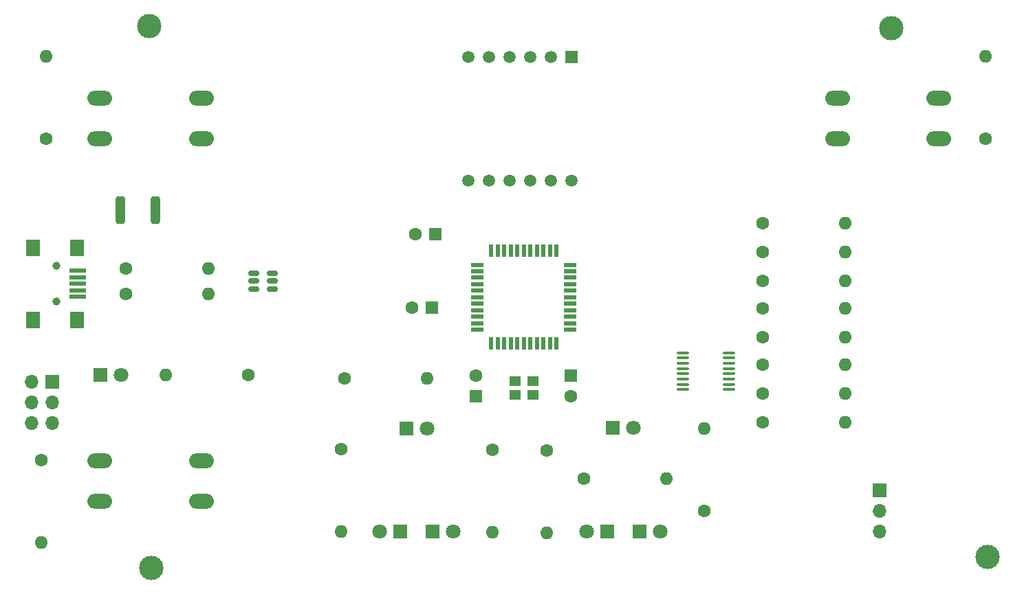
<source format=gbr>
%TF.GenerationSoftware,KiCad,Pcbnew,(7.0.0)*%
%TF.CreationDate,2023-05-30T12:42:47-06:00*%
%TF.ProjectId,GolfSpeedSensor,476f6c66-5370-4656-9564-53656e736f72,rev?*%
%TF.SameCoordinates,Original*%
%TF.FileFunction,Soldermask,Top*%
%TF.FilePolarity,Negative*%
%FSLAX46Y46*%
G04 Gerber Fmt 4.6, Leading zero omitted, Abs format (unit mm)*
G04 Created by KiCad (PCBNEW (7.0.0)) date 2023-05-30 12:42:47*
%MOMM*%
%LPD*%
G01*
G04 APERTURE LIST*
G04 Aperture macros list*
%AMRoundRect*
0 Rectangle with rounded corners*
0 $1 Rounding radius*
0 $2 $3 $4 $5 $6 $7 $8 $9 X,Y pos of 4 corners*
0 Add a 4 corners polygon primitive as box body*
4,1,4,$2,$3,$4,$5,$6,$7,$8,$9,$2,$3,0*
0 Add four circle primitives for the rounded corners*
1,1,$1+$1,$2,$3*
1,1,$1+$1,$4,$5*
1,1,$1+$1,$6,$7*
1,1,$1+$1,$8,$9*
0 Add four rect primitives between the rounded corners*
20,1,$1+$1,$2,$3,$4,$5,0*
20,1,$1+$1,$4,$5,$6,$7,0*
20,1,$1+$1,$6,$7,$8,$9,0*
20,1,$1+$1,$8,$9,$2,$3,0*%
G04 Aperture macros list end*
%ADD10R,1.500000X0.550000*%
%ADD11R,0.550000X1.500000*%
%ADD12C,1.600000*%
%ADD13O,1.600000X1.600000*%
%ADD14C,3.000000*%
%ADD15C,1.000000*%
%ADD16R,2.000000X0.500000*%
%ADD17R,1.700000X2.000000*%
%ADD18O,3.048000X1.850000*%
%ADD19R,1.800000X1.800000*%
%ADD20C,1.800000*%
%ADD21R,1.400000X1.200000*%
%ADD22R,1.700000X1.700000*%
%ADD23O,1.700000X1.700000*%
%ADD24RoundRect,0.150000X-0.512500X-0.150000X0.512500X-0.150000X0.512500X0.150000X-0.512500X0.150000X0*%
%ADD25RoundRect,0.250000X-0.312500X-1.450000X0.312500X-1.450000X0.312500X1.450000X-0.312500X1.450000X0*%
%ADD26R,1.600000X1.600000*%
%ADD27R,1.500000X1.500000*%
%ADD28C,1.500000*%
%ADD29RoundRect,0.100000X0.637500X0.100000X-0.637500X0.100000X-0.637500X-0.100000X0.637500X-0.100000X0*%
G04 APERTURE END LIST*
D10*
%TO.C,U1*%
X144889999Y-89349999D03*
X144889999Y-90149999D03*
X144889999Y-90949999D03*
X144889999Y-91749999D03*
X144889999Y-92549999D03*
X144889999Y-93349999D03*
X144889999Y-94149999D03*
X144889999Y-94949999D03*
X144889999Y-95749999D03*
X144889999Y-96549999D03*
X144889999Y-97349999D03*
D11*
X146589999Y-99049999D03*
X147389999Y-99049999D03*
X148189999Y-99049999D03*
X148989999Y-99049999D03*
X149789999Y-99049999D03*
X150589999Y-99049999D03*
X151389999Y-99049999D03*
X152189999Y-99049999D03*
X152989999Y-99049999D03*
X153789999Y-99049999D03*
X154589999Y-99049999D03*
D10*
X156289999Y-97349999D03*
X156289999Y-96549999D03*
X156289999Y-95749999D03*
X156289999Y-94949999D03*
X156289999Y-94149999D03*
X156289999Y-93349999D03*
X156289999Y-92549999D03*
X156289999Y-91749999D03*
X156289999Y-90949999D03*
X156289999Y-90149999D03*
X156289999Y-89349999D03*
D11*
X154589999Y-87649999D03*
X153789999Y-87649999D03*
X152989999Y-87649999D03*
X152189999Y-87649999D03*
X151389999Y-87649999D03*
X150589999Y-87649999D03*
X149789999Y-87649999D03*
X148989999Y-87649999D03*
X148189999Y-87649999D03*
X147389999Y-87649999D03*
X146589999Y-87649999D03*
%TD*%
D12*
%TO.C,R11*%
X180010000Y-84250000D03*
D13*
X190169999Y-84249999D03*
%TD*%
D14*
%TO.C,H2*%
X195800000Y-60200000D03*
%TD*%
D15*
%TO.C,J1*%
X93000000Y-89500000D03*
X93000000Y-93900000D03*
D16*
X95699999Y-90099999D03*
X95699999Y-90899999D03*
X95699999Y-91699999D03*
X95699999Y-92499999D03*
X95699999Y-93299999D03*
D17*
X95599999Y-87249999D03*
X90149999Y-87249999D03*
X95599999Y-96149999D03*
X90149999Y-96149999D03*
%TD*%
D18*
%TO.C,SW3*%
X98389999Y-113549999D03*
X110889999Y-113549999D03*
X98389999Y-118549999D03*
X110889999Y-118549999D03*
%TD*%
D19*
%TO.C,D2*%
X160864999Y-122249999D03*
D20*
X158325000Y-122250000D03*
%TD*%
D21*
%TO.C,Y1*%
X151689999Y-103699999D03*
X149489999Y-103699999D03*
X149489999Y-105399999D03*
X151689999Y-105399999D03*
%TD*%
D12*
%TO.C,R8*%
X180010000Y-94750000D03*
D13*
X190169999Y-94749999D03*
%TD*%
D12*
%TO.C,R10*%
X180010000Y-87750000D03*
D13*
X190169999Y-87749999D03*
%TD*%
D22*
%TO.C,J3*%
X194399999Y-117174999D03*
D23*
X194399999Y-119714999D03*
X194399999Y-122254999D03*
%TD*%
D14*
%TO.C,H4*%
X104700000Y-126700000D03*
%TD*%
D12*
%TO.C,R2*%
X101620000Y-89825000D03*
D13*
X111779999Y-89824999D03*
%TD*%
D12*
%TO.C,R22*%
X128510000Y-103350000D03*
D13*
X138669999Y-103349999D03*
%TD*%
D19*
%TO.C,R19*%
X161549999Y-109449999D03*
D20*
X164090000Y-109450000D03*
%TD*%
D12*
%TO.C,R17*%
X146700000Y-112170000D03*
D13*
X146699999Y-122329999D03*
%TD*%
D18*
%TO.C,SW1*%
X98389999Y-68849999D03*
X110889999Y-68849999D03*
X98389999Y-73849999D03*
X110889999Y-73849999D03*
%TD*%
D24*
%TO.C,U2*%
X117312500Y-90425000D03*
X117312500Y-91375000D03*
X117312500Y-92325000D03*
X119587500Y-92325000D03*
X119587500Y-91375000D03*
X119587500Y-90425000D03*
%TD*%
D12*
%TO.C,R12*%
X153400000Y-112220000D03*
D13*
X153399999Y-122379999D03*
%TD*%
D12*
%TO.C,R20*%
X172790000Y-119730000D03*
D13*
X172789999Y-109569999D03*
%TD*%
D12*
%TO.C,R7*%
X180010000Y-98250000D03*
D13*
X190169999Y-98249999D03*
%TD*%
D12*
%TO.C,R1*%
X101620000Y-92925000D03*
D13*
X111779999Y-92924999D03*
%TD*%
D19*
%TO.C,D1*%
X98449999Y-102949999D03*
D20*
X100990000Y-102950000D03*
%TD*%
D19*
%TO.C,D3*%
X164814999Y-122249999D03*
D20*
X167355000Y-122250000D03*
%TD*%
D25*
%TO.C,F1*%
X100952500Y-82650000D03*
X105227500Y-82650000D03*
%TD*%
D19*
%TO.C,R21*%
X136114999Y-109549999D03*
D20*
X138655000Y-109550000D03*
%TD*%
D22*
%TO.C,J2*%
X92489999Y-103774999D03*
D23*
X89949999Y-103774999D03*
X92489999Y-106314999D03*
X89949999Y-106314999D03*
X92489999Y-108854999D03*
X89949999Y-108854999D03*
%TD*%
D14*
%TO.C,H3*%
X104500000Y-59900000D03*
%TD*%
D12*
%TO.C,R16*%
X128100000Y-112120000D03*
D13*
X128099999Y-122279999D03*
%TD*%
D12*
%TO.C,R5*%
X180010000Y-105250000D03*
D13*
X190169999Y-105249999D03*
%TD*%
D19*
%TO.C,D5*%
X139314999Y-122249999D03*
D20*
X141855000Y-122250000D03*
%TD*%
D12*
%TO.C,R6*%
X180010000Y-101650000D03*
D13*
X190169999Y-101649999D03*
%TD*%
D12*
%TO.C,R13*%
X158020000Y-115700000D03*
D13*
X168179999Y-115699999D03*
%TD*%
D26*
%TO.C,C3*%
X139299999Y-94599999D03*
D12*
X136800000Y-94600000D03*
%TD*%
D27*
%TO.C,U4*%
X156489999Y-63709999D03*
D28*
X153950000Y-63710000D03*
X151410000Y-63710000D03*
X148870000Y-63710000D03*
X146330000Y-63710000D03*
X143790000Y-63710000D03*
X143790000Y-78950000D03*
X146330000Y-78950000D03*
X148870000Y-78950000D03*
X151410000Y-78950000D03*
X153950000Y-78950000D03*
X156490000Y-78950000D03*
%TD*%
D12*
%TO.C,R3*%
X116670000Y-102950000D03*
D13*
X106509999Y-102949999D03*
%TD*%
D26*
%TO.C,C4*%
X139695099Y-85549999D03*
D12*
X137195100Y-85550000D03*
%TD*%
D26*
%TO.C,C1*%
X156389999Y-103044899D03*
D12*
X156390000Y-105544900D03*
%TD*%
%TO.C,R14*%
X91790000Y-73830000D03*
D13*
X91789999Y-63669999D03*
%TD*%
D12*
%TO.C,R15*%
X207390000Y-73830000D03*
D13*
X207389999Y-63669999D03*
%TD*%
D29*
%TO.C,U3*%
X175862500Y-104755000D03*
X175862500Y-104105000D03*
X175862500Y-103455000D03*
X175862500Y-102805000D03*
X175862500Y-102155000D03*
X175862500Y-101505000D03*
X175862500Y-100855000D03*
X175862500Y-100205000D03*
X170137500Y-100205000D03*
X170137500Y-100855000D03*
X170137500Y-101505000D03*
X170137500Y-102155000D03*
X170137500Y-102805000D03*
X170137500Y-103455000D03*
X170137500Y-104105000D03*
X170137500Y-104755000D03*
%TD*%
D26*
%TO.C,C2*%
X144689999Y-105555099D03*
D12*
X144690000Y-103055100D03*
%TD*%
%TO.C,R9*%
X180010000Y-91350000D03*
D13*
X190169999Y-91349999D03*
%TD*%
D12*
%TO.C,R4*%
X180010000Y-108750000D03*
D13*
X190169999Y-108749999D03*
%TD*%
D19*
%TO.C,D4*%
X135364999Y-122249999D03*
D20*
X132825000Y-122250000D03*
%TD*%
D12*
%TO.C,R18*%
X91200000Y-113420000D03*
D13*
X91199999Y-123579999D03*
%TD*%
D18*
%TO.C,SW2*%
X189189999Y-68849999D03*
X201689999Y-68849999D03*
X189189999Y-73849999D03*
X201689999Y-73849999D03*
%TD*%
D14*
%TO.C,H1*%
X207700000Y-125400000D03*
%TD*%
M02*

</source>
